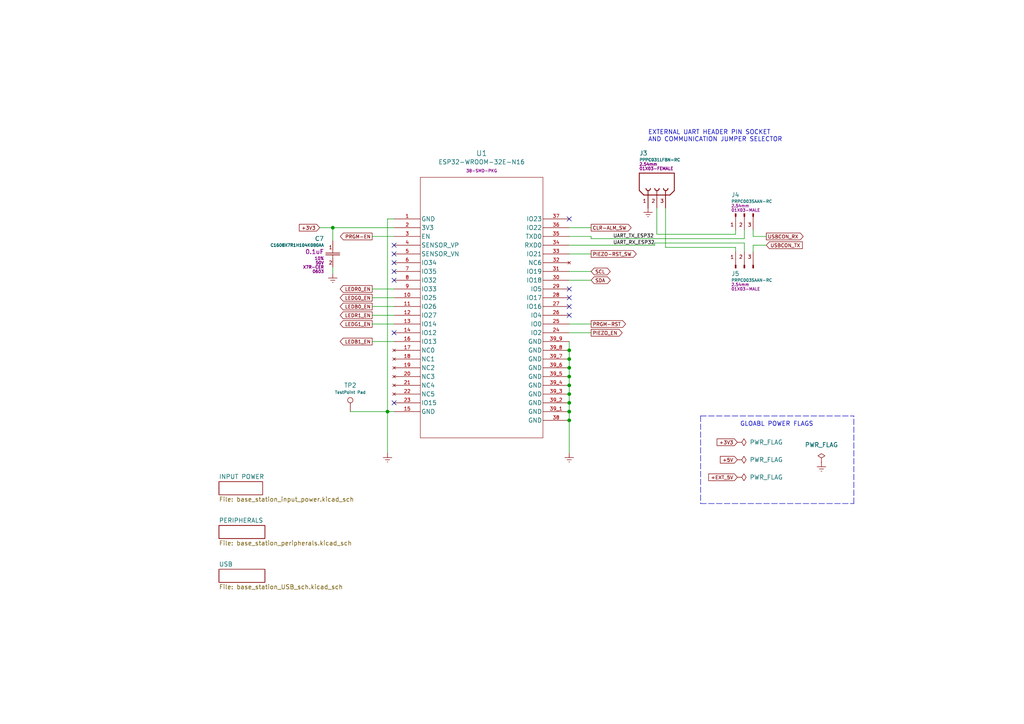
<source format=kicad_sch>
(kicad_sch (version 20211123) (generator eeschema)
  (paper "A4")
  (title_block (title "AED SMART ALARM BASE STATION") (date "2023-03-18") (rev "1.3") (company "ECE 490/491 GROUP 16 DESTIN CHAN, PEI-YU HUANG, MOHAMMAD KAMAL, SHU-YU LIN") (comment 1 "ESP32 MICROCONTROLLER"))
  (lib_symbols
    (symbol "1. 3 Pin Header Socket:PPPC031LFBN-RC" (pin_numbers hide) (pin_names (offset 1.016) hide)
      (property "Reference" "J?" (at 3.0226 21.082 0))
      (property "Value" "PPPC031LFBN-RC" (at 3.0226 19.177 0))
      (property "Pitch Mating" "2.54mm" (at 3.0226 17.907 0))
      (property "Connector Type" "01X03-FEMALE" (at 3.0226 16.637 0))
      (symbol "PPPC031LFBN-RC_0_0"
        (polyline (pts (xy 2.54 15.1892) (xy 2.54 10.16)) (stroke (width 0.254)))
        (polyline (pts (xy 2.54 15.1892) (xy 12.7 15.1892)) (stroke (width 0.254)))
        (polyline (pts (xy 3.8608 8.8392) (xy 2.5908 10.1092)) (stroke (width 0.254)))
        (polyline (pts (xy 11.43 8.8392) (xy 3.8608 8.8392)) (stroke (width 0.254)))
        (polyline (pts (xy 11.43 8.8392) (xy 12.7 10.1092)) (stroke (width 0.254)))
        (polyline (pts (xy 12.7 15.1638) (xy 12.7 10.1346)) (stroke (width 0.254)))
        (arc (start 4.4958 10.7442) (mid 5.1308 10.1092) (end 5.7658 10.7442) (stroke (width 0.254)))
        (arc (start 7.0358 10.7442) (mid 7.6708 10.1092) (end 8.3058 10.7442) (stroke (width 0.254)))
        (arc (start 9.5758 10.7442) (mid 10.2108 10.1092) (end 10.8458 10.7442) (stroke (width 0.254)))
        (text "1" (at 4.064 7.112 0) (effects (font (size 1 1))))
        (text "2" (at 6.604 7.112 0) (effects (font (size 1 1))))
        (text "3" (at 9.144 7.112 0) (effects (font (size 1 1))))
        (pin passive line (at 5.08 5.08 90) (length 5.08) (name "1") (number "1"))
        (pin passive line (at 7.62 5.08 90) (length 5.08) (name "2") (number "2"))
        (pin passive line (at 10.16 5.08 90) (length 5.08) (name "3") (number "3"))
      )
    )
    (symbol "1. Capacitor - 0.1u:C1608X7R1H104K080AA" (pin_numbers hide) (pin_names (offset 1.651) hide)
      (property "Reference" "C" (at 2.54 0.254 0))
      (property "Value" "C1608X7R1H104K080AA" (at 0.127 -17.78 0))
      (property "Capacitance" "0.1uF" (at 2.54 -1.524 0))
      (property "Tolerance" "10%" (at 2.794 -3.302 0))
      (property "Rated Voltage" "50V" (at 2.794 -4.826 0))
      (property "Code" "X7R-CER" (at 2.794 -6.35 0))
      (property "Size" "0603" (at 2.794 -7.874 0))
      (symbol "C1608X7R1H104K080AA_0_0"
        (polyline (pts (xy 0 -5.08) (xy 0 -4.064)))
        (polyline (pts (xy 0 -3.556) (xy 0 -2.54)))
        (text "1" (at 0.635 -1.905 0) (effects (font (size 1 1))))
        (text "2" (at 0.635 -6.35 0) (effects (font (size 1 1))))
      )
      (symbol "C1608X7R1H104K080AA_1_1"
        (polyline (pts (xy -2.032 -4.064) (xy 2.032 -4.064)) (stroke (width 0.2032)))
        (polyline (pts (xy -2.032 -3.556) (xy 2.032 -3.556)) (stroke (width 0.2032)))
        (pin passive line (at 0 0 270) (length 2.54) (name "1") (number "1"))
        (pin passive line (at 0 -7.62 90) (length 2.54) (name "2") (number "2"))
      )
    )
    (symbol "1. ESP32-WROOM-32E-N16:ESP32-WROOM-32E-N16" (pin_names (offset 0.254))
      (property "Reference" "U1" (at 24.765 19.05 0))
      (property "Value" "ESP32-WROOM-32E-N16" (at 24.765 16.51 0))
      (property "Package" "38-SMD-PKG" (at 24.765 13.97 0))
      (symbol "ESP32-WROOM-32E-N16_1_1"
        (polyline (pts (xy 7.62 -63.5) (xy 43.18 -63.5)) (stroke (width 0.127)))
        (polyline (pts (xy 7.62 12.065) (xy 7.62 -63.5)) (stroke (width 0.127)))
        (polyline (pts (xy 43.18 12.065) (xy 7.62 12.065)) (stroke (width 0.127)))
        (polyline (pts (xy 43.18 12.065) (xy 43.18 -63.5)) (stroke (width 0.127)))
        (pin power_in line (at 0 0 0) (length 7.62) (name "GND") (number "1"))
        (pin bidirectional line (at 0 -22.86 0) (length 7.62) (name "IO25") (number "10"))
        (pin bidirectional line (at 0 -25.4 0) (length 7.62) (name "IO26") (number "11"))
        (pin bidirectional line (at 0 -27.94 0) (length 7.62) (name "IO27") (number "12"))
        (pin bidirectional line (at 0 -30.48 0) (length 7.62) (name "IO14") (number "13"))
        (pin bidirectional line (at 0 -33.02 0) (length 7.62) (name "IO12") (number "14"))
        (pin power_in line (at 0 -55.88 0) (length 7.62) (name "GND") (number "15"))
        (pin bidirectional line (at 0 -35.56 0) (length 7.62) (name "IO13") (number "16"))
        (pin no_connect line (at 0 -38.1 0) (length 7.62) (name "NC0") (number "17"))
        (pin no_connect line (at 0 -40.64 0) (length 7.62) (name "NC1") (number "18"))
        (pin no_connect line (at 0 -43.18 0) (length 7.62) (name "NC2") (number "19"))
        (pin power_in line (at 0 -2.54 0) (length 7.62) (name "3V3") (number "2"))
        (pin no_connect line (at 0 -45.72 0) (length 7.62) (name "NC3") (number "20"))
        (pin no_connect line (at 0 -48.26 0) (length 7.62) (name "NC4") (number "21"))
        (pin no_connect line (at 0 -50.8 0) (length 7.62) (name "NC5") (number "22"))
        (pin bidirectional line (at 0 -53.34 0) (length 7.62) (name "IO15") (number "23"))
        (pin bidirectional line (at 50.8 -33.02 180) (length 7.62) (name "IO2") (number "24"))
        (pin bidirectional line (at 50.8 -30.48 180) (length 7.62) (name "IO0") (number "25"))
        (pin bidirectional line (at 50.8 -27.94 180) (length 7.62) (name "IO4") (number "26"))
        (pin bidirectional line (at 50.8 -25.4 180) (length 7.62) (name "IO16") (number "27"))
        (pin bidirectional line (at 50.8 -22.86 180) (length 7.62) (name "IO17") (number "28"))
        (pin bidirectional line (at 50.8 -20.32 180) (length 7.62) (name "IO5") (number "29"))
        (pin input line (at 0 -5.08 0) (length 7.62) (name "EN") (number "3"))
        (pin bidirectional line (at 50.8 -17.78 180) (length 7.62) (name "IO18") (number "30"))
        (pin bidirectional line (at 50.8 -15.24 180) (length 7.62) (name "IO19") (number "31"))
        (pin no_connect line (at 50.8 -12.7 180) (length 7.62) (name "NC6") (number "32"))
        (pin bidirectional line (at 50.8 -10.16 180) (length 7.62) (name "IO21") (number "33"))
        (pin bidirectional line (at 50.8 -7.62 180) (length 7.62) (name "RXD0") (number "34"))
        (pin bidirectional line (at 50.8 -5.08 180) (length 7.62) (name "TXD0") (number "35"))
        (pin bidirectional line (at 50.8 -2.54 180) (length 7.62) (name "IO22") (number "36"))
        (pin bidirectional line (at 50.8 0 180) (length 7.62) (name "IO23") (number "37"))
        (pin power_in line (at 50.8 -58.42 180) (length 7.62) (name "GND") (number "38"))
        (pin power_in line (at 50.8 -55.88 180) (length 7.62) (name "GND") (number "39_1"))
        (pin power_in line (at 50.8 -53.34 180) (length 7.62) (name "GND") (number "39_2"))
        (pin power_in line (at 50.8 -50.8 180) (length 7.62) (name "GND") (number "39_3"))
        (pin power_in line (at 50.8 -48.26 180) (length 7.62) (name "GND") (number "39_4"))
        (pin power_in line (at 50.8 -45.72 180) (length 7.62) (name "GND") (number "39_5"))
        (pin power_in line (at 50.8 -43.18 180) (length 7.62) (name "GND") (number "39_6"))
        (pin power_in line (at 50.8 -40.64 180) (length 7.62) (name "GND") (number "39_7"))
        (pin power_in line (at 50.8 -38.1 180) (length 7.62) (name "GND") (number "39_8"))
        (pin power_in line (at 50.8 -35.56 180) (length 7.62) (name "GND") (number "39_9"))
        (pin input line (at 0 -7.62 0) (length 7.62) (name "SENSOR_VP") (number "4"))
        (pin input line (at 0 -10.16 0) (length 7.62) (name "SENSOR_VN") (number "5"))
        (pin input line (at 0 -12.7 0) (length 7.62) (name "IO34") (number "6"))
        (pin input line (at 0 -15.24 0) (length 7.62) (name "IO35") (number "7"))
        (pin bidirectional line (at 0 -17.78 0) (length 7.62) (name "IO32") (number "8"))
        (pin bidirectional line (at 0 -20.32 0) (length 7.62) (name "IO33") (number "9"))
      )
    )
    (symbol "1. Jumper Pins:PRPC003SAAN-RC" (pin_numbers hide) (pin_names (offset 1.016) hide)
      (property "Reference" "J" (at 4.2164 -2.9972 0))
      (property "Value" "PRPC003SAAN-RC" (at 0.762 -6.2992 0))
      (property "Pitch Mating" "2.54mm" (at 6.9088 -3.2004 0))
      (property "Connector Type" "01X03-MALE" (at 0.762 -1.2192 0))
      (symbol "PRPC003SAAN-RC_0_0"
        (rectangle (start -0.1524 4.7244) (end 0.1524 3.8608) (stroke (width 0.1524)) (fill (type outline)))
        (rectangle (start 2.3876 4.7244) (end 2.6924 3.8608) (stroke (width 0.1524)) (fill (type outline)))
        (rectangle (start 4.9276 4.7244) (end 5.2324 3.8608) (stroke (width 0.1524)) (fill (type outline)))
        (text "1" (at -1.016 1.524 0) (effects (font (size 1 1))))
        (text "2" (at 1.524 1.4732 0) (effects (font (size 1 1))))
        (text "3" (at 4.064 1.4732 0) (effects (font (size 1 1))))
        (pin passive line (at 0 0 90) (length 3.81) (name "Pin_1") (number "1"))
        (pin passive line (at 2.54 0 90) (length 3.81) (name "Pin_2") (number "2"))
        (pin passive line (at 5.08 0 90) (length 3.81) (name "Pin_3") (number "3"))
      )
    )
    (symbol "1. Test Point Pad:TestPoint Pad" (pin_numbers hide) (pin_names (offset 0.762) hide)
      (property "Reference" "TP" (at 0 6.858 0))
      (property "Value" "TestPoint Pad" (at 0 5.08 0))
      (symbol "TestPoint Pad_0_1"
        (circle (center 0 3.302) (radius 0.762))
      )
      (symbol "TestPoint Pad_1_1"
        (pin passive line (at 0 0 90) (length 2.54) (name "1") (number "1"))
      )
    )
    (symbol "power:Earth" (power) (pin_names (offset 0))
      (symbol "Earth_0_1"
        (polyline (pts (xy -0.635 -1.905) (xy 0.635 -1.905)))
        (polyline (pts (xy -0.127 -2.54) (xy 0.127 -2.54)))
        (polyline (pts (xy 0 -1.27) (xy 0 0)))
        (polyline (pts (xy 1.27 -1.27) (xy -1.27 -1.27)))
      )
      (symbol "Earth_1_1"
        (pin power_in line (at 0 0 270) (length 0) hide (name "Earth") (number "1"))
      )
    )
    (symbol "power:PWR_FLAG" (power) (pin_numbers hide) (pin_names (offset 0) hide)
      (property "Value" "PWR_FLAG" (at 0 3.81 0))
      (symbol "PWR_FLAG_0_0"
        (pin power_out line (at 0 0 90) (length 0) (name "pwr") (number "1"))
      )
      (symbol "PWR_FLAG_0_1"
        (polyline (pts (xy 0 0) (xy 0 1.27) (xy -1.016 1.905) (xy 0 2.54) (xy 1.016 1.905) (xy 0 1.27)))
      )
    )
  )
  (junction (at 165.1 104.14))
  (junction (at 165.1 109.22))
  (junction (at 96.52 66.04))
  (junction (at 165.1 111.76))
  (junction (at 165.1 121.92))
  (junction (at 165.1 119.38))
  (junction (at 112.395 119.38))
  (junction (at 165.1 114.3))
  (junction (at 165.1 116.84))
  (junction (at 165.1 106.68))
  (junction (at 165.1 101.6))
  (no_connect (at 165.1 83.82))
  (no_connect (at 165.1 91.44))
  (no_connect (at 114.3 78.74))
  (no_connect (at 114.3 116.84))
  (no_connect (at 114.3 81.28))
  (no_connect (at 165.1 63.5))
  (no_connect (at 165.1 88.9))
  (no_connect (at 114.3 76.2))
  (no_connect (at 114.3 71.12))
  (no_connect (at 165.1 86.36))
  (no_connect (at 114.3 73.66))
  (no_connect (at 114.3 96.52))
  (wire (pts (xy 107.95 93.98) (xy 114.3 93.98)))
  (wire (pts (xy 165.1 114.3) (xy 165.1 116.84)))
  (wire (pts (xy 215.9 66.675) (xy 215.9 69.215)))
  (wire (pts (xy 193.04 71.755) (xy 213.36 71.755)))
  (wire (pts (xy 92.71 66.04) (xy 96.52 66.04)))
  (wire (pts (xy 165.1 99.06) (xy 165.1 101.6)))
  (wire (pts (xy 165.1 68.58) (xy 171.45 68.58)))
  (wire (pts (xy 189.865 71.12) (xy 189.865 70.485)))
  (wire (pts (xy 165.1 101.6) (xy 165.1 104.14)))
  (wire (pts (xy 107.95 99.06) (xy 114.3 99.06)))
  (wire (pts (xy 96.52 66.04) (xy 96.52 69.85)))
  (wire (pts (xy 107.95 91.44) (xy 114.3 91.44)))
  (wire (pts (xy 189.865 70.485) (xy 215.9 70.485)))
  (wire (pts (xy 215.9 70.485) (xy 215.9 73.025)))
  (wire (pts (xy 107.95 68.58) (xy 114.3 68.58)))
  (wire (pts (xy 165.1 119.38) (xy 165.1 121.92)))
  (wire (pts (xy 112.395 63.5) (xy 112.395 119.38)))
  (wire (pts (xy 165.1 106.68) (xy 165.1 109.22)))
  (wire (pts (xy 171.45 68.58) (xy 171.45 69.215)))
  (wire (pts (xy 213.36 71.755) (xy 213.36 73.025)))
  (wire (pts (xy 107.95 86.36) (xy 114.3 86.36)))
  (wire (pts (xy 165.1 116.84) (xy 165.1 119.38)))
  (wire (pts (xy 165.1 66.04) (xy 171.45 66.04)))
  (wire (pts (xy 165.1 78.74) (xy 171.45 78.74)))
  (wire (pts (xy 165.1 71.12) (xy 189.865 71.12)))
  (wire (pts (xy 101.6 119.38) (xy 112.395 119.38)))
  (wire (pts (xy 218.44 68.58) (xy 222.25 68.58)))
  (wire (pts (xy 218.44 71.12) (xy 222.25 71.12)))
  (wire (pts (xy 165.1 111.76) (xy 165.1 114.3)))
  (polyline (pts (xy 203.2 120.65) (xy 203.2 146.05)))
  (wire (pts (xy 96.52 66.04) (xy 114.3 66.04)))
  (wire (pts (xy 190.5 67.945) (xy 213.36 67.945)))
  (polyline (pts (xy 247.65 146.05) (xy 247.65 120.65)))
  (polyline (pts (xy 203.2 120.65) (xy 247.65 120.65)))
  (polyline (pts (xy 203.2 146.05) (xy 247.65 146.05)))
  (wire (pts (xy 165.1 109.22) (xy 165.1 111.76)))
  (wire (pts (xy 112.395 119.38) (xy 114.3 119.38)))
  (wire (pts (xy 190.5 60.325) (xy 190.5 67.945)))
  (wire (pts (xy 114.3 63.5) (xy 112.395 63.5)))
  (wire (pts (xy 165.1 121.92) (xy 165.1 131.445)))
  (wire (pts (xy 107.95 83.82) (xy 114.3 83.82)))
  (wire (pts (xy 165.1 96.52) (xy 171.45 96.52)))
  (wire (pts (xy 165.1 81.28) (xy 171.45 81.28)))
  (wire (pts (xy 165.1 93.98) (xy 171.45 93.98)))
  (wire (pts (xy 112.395 119.38) (xy 112.395 131.445)))
  (wire (pts (xy 193.04 60.325) (xy 193.04 71.755)))
  (wire (pts (xy 171.45 69.215) (xy 215.9 69.215)))
  (wire (pts (xy 213.36 66.675) (xy 213.36 67.945)))
  (wire (pts (xy 96.52 77.47) (xy 96.52 79.375)))
  (wire (pts (xy 165.1 73.66) (xy 171.45 73.66)))
  (wire (pts (xy 165.1 104.14) (xy 165.1 106.68)))
  (wire (pts (xy 218.44 66.675) (xy 218.44 68.58)))
  (wire (pts (xy 107.95 88.9) (xy 114.3 88.9)))
  (wire (pts (xy 218.44 73.025) (xy 218.44 71.12)))
  (text "GLOABL POWER FLAGS" (at 214.63 123.825 0) (effects (font (size 1.27 1.27)) (justify left bottom)))
  (text "EXTERNAL UART HEADER PIN SOCKET \nAND COMMUNICATION JUMPER SELECTOR" (at 187.96 41.275 0) (effects (font (size 1.27 1.27)) (justify left bottom)))
  (label "UART_RX_ESP32" (at 177.8 71.12 0) (effects (font (size 1 1))))
  (label "UART_TX_ESP32" (at 177.8 69.215 0) (effects (font (size 1 1))))
  (global_label "LEDG0_EN" (shape output) (at 107.95 86.36 180) (effects (font (size 1 1))) (property "Intersheet References" "${INTERSHEET_REFS}" (effects hide)))
  (global_label "LEDR0_EN" (shape output) (at 107.95 83.82 180) (effects (font (size 1 1))) (property "Intersheet References" "${INTERSHEET_REFS}" (effects hide)))
  (global_label "LEDB0_EN" (shape output) (at 107.95 88.9 180) (effects (font (size 1 1))) (property "Intersheet References" "${INTERSHEET_REFS}" (effects hide)))
  (global_label "USBCON_TX" (shape input) (at 222.25 71.12 0) (effects (font (size 1 1))) (property "Intersheet References" "${INTERSHEET_REFS}" (effects hide)))
  (global_label "PRGM-EN" (shape output) (at 107.95 68.58 180) (effects (font (size 1 1))) (property "Intersheet References" "${INTERSHEET_REFS}" (effects hide)))
  (global_label "LEDB1_EN" (shape output) (at 107.95 99.06 180) (effects (font (size 1 1))) (property "Intersheet References" "${INTERSHEET_REFS}" (effects hide)))
  (global_label "+EXT_5V" (shape input) (at 213.868 138.43 180) (effects (font (size 1 1))) (property "Intersheet References" "${INTERSHEET_REFS}" (effects hide)))
  (global_label "SCL" (shape bidirectional) (at 171.45 78.74 0) (effects (font (size 1 1))) (property "Intersheet References" "${INTERSHEET_REFS}" (effects hide)))
  (global_label "+3V3" (shape input) (at 92.71 66.04 180) (effects (font (size 1 1))) (property "Intersheet References" "${INTERSHEET_REFS}" (effects hide)))
  (global_label "PRGM-RST" (shape output) (at 171.45 93.98 0) (effects (font (size 1 1))) (property "Intersheet References" "${INTERSHEET_REFS}" (effects hide)))
  (global_label "+3V3" (shape input) (at 213.868 128.27 180) (effects (font (size 1 1))) (property "Intersheet References" "${INTERSHEET_REFS}" (effects hide)))
  (global_label "USBCON_RX" (shape output) (at 222.25 68.58 0) (effects (font (size 1 1))) (property "Intersheet References" "${INTERSHEET_REFS}" (effects hide)))
  (global_label "SDA" (shape bidirectional) (at 171.45 81.28 0) (effects (font (size 1 1))) (property "Intersheet References" "${INTERSHEET_REFS}" (effects hide)))
  (global_label "LEDG1_EN" (shape output) (at 107.95 93.98 180) (effects (font (size 1 1))) (property "Intersheet References" "${INTERSHEET_REFS}" (effects hide)))
  (global_label "PIEZO_EN" (shape output) (at 171.45 96.52 0) (effects (font (size 1 1))) (property "Intersheet References" "${INTERSHEET_REFS}" (effects hide)))
  (global_label "+5V" (shape input) (at 213.868 133.35 180) (effects (font (size 1 1))) (property "Intersheet References" "${INTERSHEET_REFS}" (effects hide)))
  (global_label "CLR-ALM_SW" (shape output) (at 171.45 66.04 0) (effects (font (size 1 1))) (property "Intersheet References" "${INTERSHEET_REFS}" (effects hide)))
  (global_label "LEDR1_EN" (shape output) (at 107.95 91.44 180) (effects (font (size 1 1))) (property "Intersheet References" "${INTERSHEET_REFS}" (effects hide)))
  (global_label "PIEZO-RST_SW" (shape output) (at 171.45 73.66 0) (effects (font (size 1 1))) (property "Intersheet References" "${INTERSHEET_REFS}" (effects hide)))
  (symbol (lib_id "1. Jumper Pins:PRPC003SAAN-RC") (at 213.36 73.025 0) (mirror x) (unit 1)
    (property "Reference" "J5" (at 212.09 79.375 0) (effects (justify left)))
    (property "Value" "PRPC003SAAN-RC" (at 212.09 81.28 0) (effects (font (size 0.85 0.85)) (justify left)))
    (property "Footprint" "1. PRPC003SAAN-RC (Jumper Pins):PRPC003SAAN-RC" (effects hide))
    (property "Datasheet" "https://media.digikey.com/PDF/Data%20Sheets/Sullins%20PDFs/xRxCzzzSxxN-RC_ST_11635-B.pdf" (effects hide))
    (property "Pitch Mating" "2.54mm" (at 212.09 82.55 0) (effects (font (size 0.85 0.85)) (justify left)))
    (property "Connector Type" "01X03-MALE" (at 212.09 83.82 0) (effects (font (size 0.85 0.85)) (justify left)))
  )
  (symbol (lib_id "power:Earth") (at 165.1 131.445 0) (unit 1)
    (property "Reference" "#PWR03" (effects hide))
    (property "Value" "Earth" (effects hide))
  )
  (symbol (lib_id "1. Capacitor - 0.1u:C1608X7R1H104K080AA") (at 96.52 69.85 0) (mirror y) (unit 1)
    (property "Reference" "C7" (at 93.98 69.215 0) (effects (justify left)))
    (property "Value" "C1608X7R1H104K080AA" (at 93.98 71.12 0) (effects (font (size 0.85 0.85)) (justify left)))
    (property "Footprint" "1. C1608X7R1H104K080AA (0.1u Capacitor):C1608X7R1H104K080AA" (effects hide))
    (property "Datasheet" "https://product.tdk.com/system/files/dam/doc/product/capacitor/ceramic/mlcc/catalog/mlcc_commercial_general_en.pdf" (effects hide))
    (property "Capacitance" "0.1uF" (at 93.98 73.025 0) (effects (justify left)))
    (property "Tolerance" "10%" (at 93.98 74.93 0) (effects (font (size 0.85 0.85)) (justify left)))
    (property "Rated Voltage" "50V" (at 93.98 76.2 0) (effects (font (size 0.85 0.85)) (justify left)))
    (property "Code" "X7R-CER" (at 93.98 77.47 0) (effects (font (size 0.85 0.85)) (justify left)))
    (property "Size" "0603" (at 93.98 78.74 0) (effects (font (size 0.85 0.85)) (justify left)))
  )
  (symbol (lib_id "power:PWR_FLAG") (at 238.252 134.112 0) (unit 1)
    (property "Reference" "#FLG04" (effects hide))
    (property "Value" "PWR_FLAG" (at 238.252 129.032 0))
  )
  (symbol (lib_id "power:Earth") (at 112.395 131.445 0) (unit 1)
    (property "Reference" "#PWR02" (effects hide))
    (property "Value" "Earth" (effects hide))
  )
  (symbol (lib_id "power:Earth") (at 238.252 134.112 0) (unit 1)
    (property "Reference" "#PWR05" (effects hide))
    (property "Value" "Earth" (effects hide))
  )
  (symbol (lib_id "1. ESP32-WROOM-32E-N16:ESP32-WROOM-32E-N16") (at 114.3 63.5 0) (unit 1)
    (property "Reference" "U1" (at 139.7 44.45 0) (effects (font (size 1.524 1.524))))
    (property "Value" "ESP32-WROOM-32E-N16" (at 139.7 46.99 0))
    (property "Footprint" "1. ESP32-WROOM-32E-N16:ESP32-WROOM-32E-N16" (effects hide))
    (property "Datasheet" "https://www.espressif.com/sites/default/files/documentation/esp32-wroom-32e_esp32-wroom-32ue_datasheet_en.pdf" (effects hide))
    (property "Package" "38-SMD-PKG" (at 139.7 49.53 0) (effects (font (size 0.85 0.85))))
  )
  (symbol (lib_id "power:PWR_FLAG") (at 213.868 133.35 270) (unit 1)
    (property "Reference" "#FLG02" (effects hide))
    (property "Value" "PWR_FLAG" (at 217.424 133.3499 90) (effects (justify left)))
  )
  (symbol (lib_id "power:PWR_FLAG") (at 213.868 138.43 270) (unit 1)
    (property "Reference" "#FLG03" (effects hide))
    (property "Value" "PWR_FLAG" (at 217.424 138.4299 90) (effects (justify left)))
  )
  (symbol (lib_id "1. Jumper Pins:PRPC003SAAN-RC") (at 213.36 66.675 0) (unit 1)
    (property "Reference" "J4" (at 212.09 56.515 0) (effects (justify left)))
    (property "Value" "PRPC003SAAN-RC" (at 212.09 58.42 0) (effects (font (size 0.85 0.85)) (justify left)))
    (property "Footprint" "1. PRPC003SAAN-RC (Jumper Pins):PRPC003SAAN-RC" (effects hide))
    (property "Datasheet" "https://media.digikey.com/PDF/Data%20Sheets/Sullins%20PDFs/xRxCzzzSxxN-RC_ST_11635-B.pdf" (effects hide))
    (property "Pitch Mating" "2.54mm" (at 212.09 59.69 0) (effects (font (size 0.85 0.85)) (justify left)))
    (property "Connector Type" "01X03-MALE" (at 212.09 60.96 0) (effects (font (size 0.85 0.85)) (justify left)))
  )
  (symbol (lib_id "power:PWR_FLAG") (at 213.868 128.27 270) (unit 1)
    (property "Reference" "#FLG01" (effects hide))
    (property "Value" "PWR_FLAG" (at 217.424 128.2699 90) (effects (justify left)))
  )
  (symbol (lib_id "1. 3 Pin Header Socket:PPPC031LFBN-RC") (at 182.88 65.405 0) (unit 1)
    (property "Reference" "J3" (at 185.42 44.45 0) (effects (justify left)))
    (property "Value" "PPPC031LFBN-RC" (at 185.42 46.355 0) (effects (font (size 0.85 0.85)) (justify left)))
    (property "Footprint" "1. PPPC031LFBN-RC (3-pin Socket):PPPC031LFBN-RC" (effects hide))
    (property "Datasheet" "https://media.digikey.com/pdf/Data%20Sheets/Sullins%20PDFs/Female_Headers.100_DS.pdf" (effects hide))
    (property "Pitch Mating" "2.54mm" (at 185.42 47.625 0) (effects (font (size 0.85 0.85)) (justify left)))
    (property "Connector Type" "01X03-FEMALE" (at 185.42 48.895 0) (effects (font (size 0.85 0.85)) (justify left)))
    (property "MANUFACTURER" "SULLINS" (effects hide))
  )
  (symbol (lib_id "power:Earth") (at 187.96 60.325 0) (unit 1)
    (property "Reference" "#PWR04" (effects hide))
    (property "Value" "Earth" (effects hide))
  )
  (symbol (lib_id "power:Earth") (at 96.52 79.375 0) (unit 1)
    (property "Reference" "#PWR01" (effects hide))
    (property "Value" "Earth" (effects hide))
  )
  (symbol (lib_id "1. Test Point Pad:TestPoint Pad") (at 101.6 119.38 0) (unit 1)
    (property "Reference" "TP2" (at 101.6 111.76 0))
    (property "Value" "TestPoint Pad" (at 101.6 113.7921 0) (effects (font (size 0.85 0.85))))
    (property "Footprint" "1. Test Point Pad 1x1mm Square:TestPoint_Pad_1.0x1.0mm" (effects hide))
  )
  (sheet (at 63.5 139.7) (size 12.7 3.81) (stroke (width 0.1524))
    (property "Sheet name" "INPUT POWER" (at 63.5 138.9884 0) (effects (justify left bottom)))
    (property "Sheet file" "base_station_input_power.kicad_sch" (at 63.5 144.0946 0) (effects (justify left top)))
  )
  (sheet (at 63.5 152.4) (size 13.335 3.81) (stroke (width 0.1524))
    (property "Sheet name" "PERIPHERALS" (at 63.5 151.6884 0) (effects (justify left bottom)))
    (property "Sheet file" "base_station_peripherals.kicad_sch" (at 63.5 156.7946 0) (effects (justify left top)))
  )
  (sheet (at 63.5 165.1) (size 13.335 3.81) (stroke (width 0.1524))
    (property "Sheet name" "USB" (at 63.5 164.3884 0) (effects (justify left bottom)))
    (property "Sheet file" "base_station_USB_sch.kicad_sch" (at 63.5 169.4946 0) (effects (justify left top)))
  )
)
</source>
